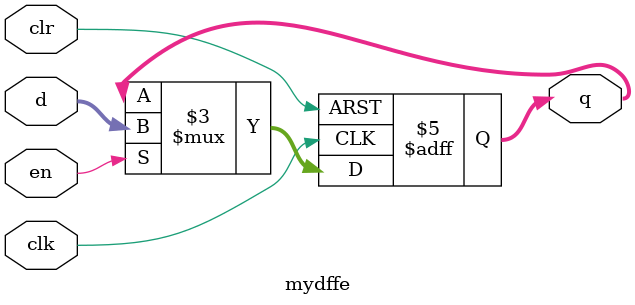
<source format=v>
module mydffe(q, d, clk, en, clr);
   
   // Inputs
   input [31:0] d;
	input clk, en, clr;
   
   // Internal wire
   wire clr;

   // Output
   output [31:0] q;
   
   // Register
   reg [31:0] q;

   //Intialize q to 0
   initial
   begin
       q = 32'h00000000;
   end

   // Set value of q on positive edge of the clock or clear
   always @(posedge clk or posedge clr) begin
       // If clear is high, set q to 0
       if (clr) begin
           q <= 32'h00000000;
       // If enable is high, set q to the value of d
       end else if (en) begin
           q <= d;
       end
   end
endmodule

</source>
